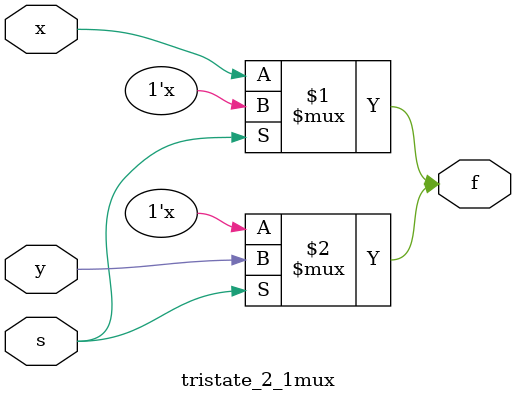
<source format=v>
`timescale 1ns / 1ps


module tristate_2_1mux(
input x,y,s,output f);
bufif0 g1(f,x,s);
bufif1 g2(f,y,s);
endmodule

</source>
